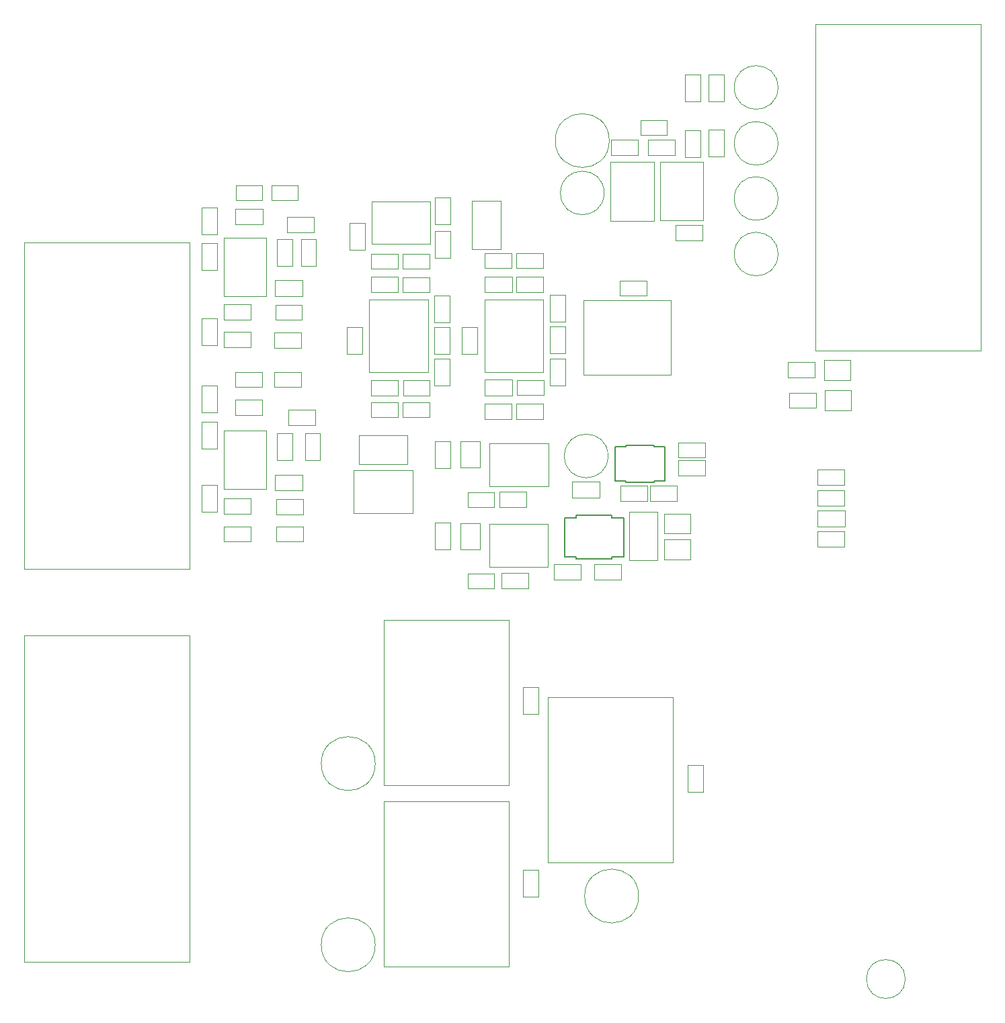
<source format=gbr>
G04 #@! TF.GenerationSoftware,KiCad,Pcbnew,9.0.0*
G04 #@! TF.CreationDate,2025-04-29T18:09:41-05:00*
G04 #@! TF.ProjectId,Mainboard,4d61696e-626f-4617-9264-2e6b69636164,rev?*
G04 #@! TF.SameCoordinates,Original*
G04 #@! TF.FileFunction,Other,User*
%FSLAX46Y46*%
G04 Gerber Fmt 4.6, Leading zero omitted, Abs format (unit mm)*
G04 Created by KiCad (PCBNEW 9.0.0) date 2025-04-29 18:09:41*
%MOMM*%
%LPD*%
G01*
G04 APERTURE LIST*
%ADD10C,0.050000*%
%ADD11C,0.100000*%
%ADD12C,0.152400*%
G04 APERTURE END LIST*
D10*
G04 #@! TO.C,J6*
X168200000Y-56725000D02*
X168200000Y-62875000D01*
X168200000Y-62875000D02*
X171800000Y-62875000D01*
X171800000Y-56725000D02*
X168200000Y-56725000D01*
X171800000Y-62875000D02*
X171800000Y-56725000D01*
G04 #@! TO.C,A1*
X193545000Y-140135000D02*
X193545000Y-119315000D01*
X193545000Y-140135000D02*
X177805000Y-140135000D01*
X177805000Y-119315000D02*
X193545000Y-119315000D01*
X177805000Y-119315000D02*
X177805000Y-140135000D01*
G04 #@! TO.C,C38*
X197315000Y-131292000D02*
X195355000Y-131292000D01*
X197315000Y-127892000D02*
X197315000Y-131292000D01*
X195355000Y-131292000D02*
X195355000Y-127892000D01*
X195355000Y-127892000D02*
X197315000Y-127892000D01*
G04 #@! TO.C,C80*
X189200000Y-144375000D02*
G75*
G02*
X182400000Y-144375000I-3400000J0D01*
G01*
X182400000Y-144375000D02*
G75*
G02*
X189200000Y-144375000I3400000J0D01*
G01*
G04 #@! TO.C,C45*
X190405000Y-49045000D02*
X193805000Y-49045000D01*
X190405000Y-51005000D02*
X190405000Y-49045000D01*
X193805000Y-49045000D02*
X193805000Y-51005000D01*
X193805000Y-51005000D02*
X190405000Y-51005000D01*
G04 #@! TO.C,H1*
X222783274Y-154833274D02*
G75*
G02*
X217883274Y-154833274I-2450000J0D01*
G01*
X217883274Y-154833274D02*
G75*
G02*
X222783274Y-154833274I2450000J0D01*
G01*
G04 #@! TO.C,U3*
X142327000Y-93100000D02*
X142327000Y-85700000D01*
X142327000Y-85700000D02*
X136927000Y-85700000D01*
X136927000Y-93100000D02*
X142327000Y-93100000D01*
X136927000Y-85700000D02*
X136927000Y-93100000D01*
G04 #@! TO.C,R51*
X158885000Y-84011000D02*
X155525000Y-84011000D01*
X158885000Y-82111000D02*
X158885000Y-84011000D01*
X155525000Y-84011000D02*
X155525000Y-82111000D01*
X155525000Y-82111000D02*
X158885000Y-82111000D01*
G04 #@! TO.C,U12*
X177795000Y-102855000D02*
X177795000Y-97455000D01*
X177795000Y-97455000D02*
X170395000Y-97455000D01*
X170395000Y-102855000D02*
X177795000Y-102855000D01*
X170395000Y-97455000D02*
X170395000Y-102855000D01*
G04 #@! TO.C,R34*
X148577000Y-64930000D02*
X146677000Y-64930000D01*
X148577000Y-61570000D02*
X148577000Y-64930000D01*
X146677000Y-64930000D02*
X146677000Y-61570000D01*
X146677000Y-61570000D02*
X148577000Y-61570000D01*
G04 #@! TO.C,JP12*
X215925000Y-83162500D02*
X215925000Y-80662500D01*
X215925000Y-83162500D02*
X212625000Y-83162500D01*
X212625000Y-80662500D02*
X215925000Y-80662500D01*
X212625000Y-80662500D02*
X212625000Y-83162500D01*
G04 #@! TO.C,C36*
X184250100Y-94135000D02*
X180850100Y-94135000D01*
X184250100Y-92175000D02*
X184250100Y-94135000D01*
X180850100Y-94135000D02*
X180850100Y-92175000D01*
X180850100Y-92175000D02*
X184250100Y-92175000D01*
G04 #@! TO.C,R54*
X177180000Y-84231000D02*
X173820000Y-84231000D01*
X177180000Y-82331000D02*
X177180000Y-84231000D01*
X173820000Y-84231000D02*
X173820000Y-82331000D01*
X173820000Y-82331000D02*
X177180000Y-82331000D01*
G04 #@! TO.C,R25*
X141757000Y-80200000D02*
X138397000Y-80200000D01*
X141757000Y-78300000D02*
X141757000Y-80200000D01*
X138397000Y-80200000D02*
X138397000Y-78300000D01*
X138397000Y-78300000D02*
X141757000Y-78300000D01*
G04 #@! TO.C,R33*
X148307000Y-60700000D02*
X144947000Y-60700000D01*
X148307000Y-58800000D02*
X148307000Y-60700000D01*
X144947000Y-60700000D02*
X144947000Y-58800000D01*
X144947000Y-58800000D02*
X148307000Y-58800000D01*
G04 #@! TO.C,R39*
X190180000Y-68700000D02*
X186820000Y-68700000D01*
X190180000Y-66800000D02*
X190180000Y-68700000D01*
X186820000Y-68700000D02*
X186820000Y-66800000D01*
X186820000Y-66800000D02*
X190180000Y-66800000D01*
G04 #@! TO.C,C39*
X211407500Y-79042500D02*
X208007500Y-79042500D01*
X211407500Y-77082500D02*
X211407500Y-79042500D01*
X208007500Y-79042500D02*
X208007500Y-77082500D01*
X208007500Y-77082500D02*
X211407500Y-77082500D01*
G04 #@! TO.C,C15*
X141827000Y-59730000D02*
X138427000Y-59730000D01*
X141827000Y-57770000D02*
X141827000Y-59730000D01*
X138427000Y-59730000D02*
X138427000Y-57770000D01*
X138427000Y-57770000D02*
X141827000Y-57770000D01*
G04 #@! TO.C,C85*
X185500000Y-49150000D02*
G75*
G02*
X178700000Y-49150000I-3400000J0D01*
G01*
X178700000Y-49150000D02*
G75*
G02*
X185500000Y-49150000I3400000J0D01*
G01*
G04 #@! TO.C,C42*
X154392500Y-76061000D02*
X152432500Y-76061000D01*
X154392500Y-72661000D02*
X154392500Y-76061000D01*
X152432500Y-76061000D02*
X152432500Y-72661000D01*
X152432500Y-72661000D02*
X154392500Y-72661000D01*
G04 #@! TO.C,C14*
X140327000Y-71730000D02*
X136927000Y-71730000D01*
X140327000Y-69770000D02*
X140327000Y-71730000D01*
X136927000Y-71730000D02*
X136927000Y-69770000D01*
X136927000Y-69770000D02*
X140327000Y-69770000D01*
G04 #@! TO.C,C23*
X165435000Y-72061000D02*
X163475000Y-72061000D01*
X165435000Y-68661000D02*
X165435000Y-72061000D01*
X163475000Y-72061000D02*
X163475000Y-68661000D01*
X163475000Y-68661000D02*
X165435000Y-68661000D01*
G04 #@! TO.C,R30*
X211530000Y-82862500D02*
X208170000Y-82862500D01*
X211530000Y-80962500D02*
X211530000Y-82862500D01*
X208170000Y-82862500D02*
X208170000Y-80962500D01*
X208170000Y-80962500D02*
X211530000Y-80962500D01*
G04 #@! TO.C,C123*
X199980000Y-51150000D02*
X198020000Y-51150000D01*
X199980000Y-47750000D02*
X199980000Y-51150000D01*
X198020000Y-51150000D02*
X198020000Y-47750000D01*
X198020000Y-47750000D02*
X199980000Y-47750000D01*
G04 #@! TO.C,R60*
X197558900Y-89103700D02*
X194198900Y-89103700D01*
X197558900Y-87203700D02*
X197558900Y-89103700D01*
X194198900Y-89103700D02*
X194198900Y-87203700D01*
X194198900Y-87203700D02*
X197558900Y-87203700D01*
G04 #@! TO.C,U6*
X177175000Y-78321000D02*
X177175000Y-69161000D01*
X177175000Y-69161000D02*
X169775000Y-69161000D01*
X169775000Y-78321000D02*
X177175000Y-78321000D01*
X169775000Y-69161000D02*
X169775000Y-78321000D01*
G04 #@! TO.C,U2*
X197305000Y-59225000D02*
X197305000Y-51825000D01*
X197305000Y-51825000D02*
X191905000Y-51825000D01*
X191905000Y-59225000D02*
X197305000Y-59225000D01*
X191905000Y-51825000D02*
X191905000Y-59225000D01*
G04 #@! TO.C,R58*
X165450000Y-63930000D02*
X163550000Y-63930000D01*
X165450000Y-60570000D02*
X165450000Y-63930000D01*
X163550000Y-63930000D02*
X163550000Y-60570000D01*
X163550000Y-60570000D02*
X165450000Y-60570000D01*
G04 #@! TO.C,C134*
X215100000Y-100380000D02*
X211700000Y-100380000D01*
X215100000Y-98420000D02*
X215100000Y-100380000D01*
X211700000Y-100380000D02*
X211700000Y-98420000D01*
X211700000Y-98420000D02*
X215100000Y-98420000D01*
G04 #@! TO.C,C44*
X197255000Y-61755000D02*
X193855000Y-61755000D01*
X197255000Y-59795000D02*
X197255000Y-61755000D01*
X193855000Y-61755000D02*
X193855000Y-59795000D01*
X193855000Y-59795000D02*
X197255000Y-59795000D01*
G04 #@! TO.C,R61*
X171025000Y-95355000D02*
X167665000Y-95355000D01*
X171025000Y-93455000D02*
X171025000Y-95355000D01*
X167665000Y-95355000D02*
X167665000Y-93455000D01*
X167665000Y-93455000D02*
X171025000Y-93455000D01*
G04 #@! TO.C,U7*
X162950000Y-62200000D02*
X162950000Y-56800000D01*
X162950000Y-56800000D02*
X155550000Y-56800000D01*
X155550000Y-62200000D02*
X162950000Y-62200000D01*
X155550000Y-56800000D02*
X155550000Y-62200000D01*
G04 #@! TO.C,R27*
X149077000Y-89430000D02*
X147177000Y-89430000D01*
X149077000Y-86070000D02*
X149077000Y-89430000D01*
X147177000Y-89430000D02*
X147177000Y-86070000D01*
X147177000Y-86070000D02*
X149077000Y-86070000D01*
G04 #@! TO.C,R59*
X165450000Y-90430000D02*
X163550000Y-90430000D01*
X165450000Y-87070000D02*
X165450000Y-90430000D01*
X163550000Y-90430000D02*
X163550000Y-87070000D01*
X163550000Y-87070000D02*
X165450000Y-87070000D01*
G04 #@! TO.C,C22*
X179980000Y-80031000D02*
X178020000Y-80031000D01*
X179980000Y-76631000D02*
X179980000Y-80031000D01*
X178020000Y-80031000D02*
X178020000Y-76631000D01*
X178020000Y-76631000D02*
X179980000Y-76631000D01*
G04 #@! TO.C,C13*
X145607000Y-64950000D02*
X143647000Y-64950000D01*
X145607000Y-61550000D02*
X145607000Y-64950000D01*
X143647000Y-64950000D02*
X143647000Y-61550000D01*
X143647000Y-61550000D02*
X145607000Y-61550000D01*
G04 #@! TO.C,J5*
X191600000Y-102075000D02*
X191600000Y-95925000D01*
X191600000Y-95925000D02*
X188000000Y-95925000D01*
X188000000Y-102075000D02*
X191600000Y-102075000D01*
X188000000Y-95925000D02*
X188000000Y-102075000D01*
G04 #@! TO.C,R36*
X141807000Y-56700000D02*
X138447000Y-56700000D01*
X141807000Y-54800000D02*
X141807000Y-56700000D01*
X138447000Y-56700000D02*
X138447000Y-54800000D01*
X138447000Y-54800000D02*
X141807000Y-54800000D01*
G04 #@! TO.C,A2*
X172837000Y-130424000D02*
X172837000Y-109604000D01*
X172837000Y-130424000D02*
X157097000Y-130424000D01*
X157097000Y-109604000D02*
X172837000Y-109604000D01*
X157097000Y-109604000D02*
X157097000Y-130424000D01*
G04 #@! TO.C,C78*
X206750000Y-49500000D02*
G75*
G02*
X201250000Y-49500000I-2750000J0D01*
G01*
X201250000Y-49500000D02*
G75*
G02*
X206750000Y-49500000I2750000J0D01*
G01*
G04 #@! TO.C,C84*
X184850000Y-55755100D02*
G75*
G02*
X179350000Y-55755100I-2750000J0D01*
G01*
X179350000Y-55755100D02*
G75*
G02*
X184850000Y-55755100I2750000J0D01*
G01*
G04 #@! TO.C,R35*
X140307000Y-75200000D02*
X136947000Y-75200000D01*
X140307000Y-73300000D02*
X140307000Y-75200000D01*
X136947000Y-75200000D02*
X136947000Y-73300000D01*
X136947000Y-73300000D02*
X140307000Y-73300000D01*
G04 #@! TO.C,R26*
X148430000Y-85017000D02*
X145070000Y-85017000D01*
X148430000Y-83117000D02*
X148430000Y-85017000D01*
X145070000Y-85017000D02*
X145070000Y-83117000D01*
X145070000Y-83117000D02*
X148430000Y-83117000D01*
G04 #@! TO.C,C34*
X190295000Y-94635000D02*
X186895000Y-94635000D01*
X190295000Y-92675000D02*
X190295000Y-94635000D01*
X186895000Y-94635000D02*
X186895000Y-92675000D01*
X186895000Y-92675000D02*
X190295000Y-92675000D01*
G04 #@! TO.C,R22*
X146930000Y-96267000D02*
X143570000Y-96267000D01*
X146930000Y-94367000D02*
X146930000Y-96267000D01*
X143570000Y-96267000D02*
X143570000Y-94367000D01*
X143570000Y-94367000D02*
X146930000Y-94367000D01*
G04 #@! TO.C,C41*
X179980000Y-75981000D02*
X178020000Y-75981000D01*
X179980000Y-72581000D02*
X179980000Y-75981000D01*
X178020000Y-75981000D02*
X178020000Y-72581000D01*
X178020000Y-72581000D02*
X179980000Y-72581000D01*
G04 #@! TO.C,C12*
X145607000Y-89450000D02*
X143647000Y-89450000D01*
X145607000Y-86050000D02*
X145607000Y-89450000D01*
X143647000Y-89450000D02*
X143647000Y-86050000D01*
X143647000Y-86050000D02*
X145607000Y-86050000D01*
G04 #@! TO.C,J4*
X160100000Y-89935000D02*
X160100000Y-86335000D01*
X160100000Y-86335000D02*
X153950000Y-86335000D01*
X153950000Y-89935000D02*
X160100000Y-89935000D01*
X153950000Y-86335000D02*
X153950000Y-89935000D01*
G04 #@! TO.C,C18*
X146827000Y-68730000D02*
X143427000Y-68730000D01*
X146827000Y-66770000D02*
X146827000Y-68730000D01*
X143427000Y-68730000D02*
X143427000Y-66770000D01*
X143427000Y-66770000D02*
X146827000Y-66770000D01*
G04 #@! TO.C,C79*
X156023000Y-127683400D02*
G75*
G02*
X149223000Y-127683400I-3400000J0D01*
G01*
X149223000Y-127683400D02*
G75*
G02*
X156023000Y-127683400I3400000J0D01*
G01*
G04 #@! TO.C,C17*
X136107000Y-65450000D02*
X134147000Y-65450000D01*
X136107000Y-62050000D02*
X136107000Y-65450000D01*
X134147000Y-65450000D02*
X134147000Y-62050000D01*
X134147000Y-62050000D02*
X136107000Y-62050000D01*
G04 #@! TO.C,R63*
X171025000Y-105605000D02*
X167665000Y-105605000D01*
X171025000Y-103705000D02*
X171025000Y-105605000D01*
X167665000Y-105605000D02*
X167665000Y-103705000D01*
X167665000Y-103705000D02*
X171025000Y-103705000D01*
D11*
G04 #@! TO.C,J3*
X132624000Y-152650000D02*
X111828000Y-152650000D01*
X132624000Y-111508000D02*
X132624000Y-152650000D01*
X111828000Y-152650000D02*
X111828000Y-111508000D01*
X111828000Y-111508000D02*
X132624000Y-111508000D01*
D10*
G04 #@! TO.C,R37*
X136077000Y-74930000D02*
X134177000Y-74930000D01*
X136077000Y-71570000D02*
X136077000Y-74930000D01*
X134177000Y-74930000D02*
X134177000Y-71570000D01*
X134177000Y-71570000D02*
X136077000Y-71570000D01*
G04 #@! TO.C,C81*
X206750000Y-56455100D02*
G75*
G02*
X201250000Y-56455100I-2750000J0D01*
G01*
X201250000Y-56455100D02*
G75*
G02*
X206750000Y-56455100I2750000J0D01*
G01*
G04 #@! TO.C,C46*
X165480000Y-59750000D02*
X163520000Y-59750000D01*
X165480000Y-56350000D02*
X165480000Y-59750000D01*
X163520000Y-59750000D02*
X163520000Y-56350000D01*
X163520000Y-56350000D02*
X165480000Y-56350000D01*
G04 #@! TO.C,U11*
X177820000Y-92720000D02*
X177820000Y-87320000D01*
X177820000Y-87320000D02*
X170420000Y-87320000D01*
X170420000Y-92720000D02*
X177820000Y-92720000D01*
X170420000Y-87320000D02*
X170420000Y-92720000D01*
G04 #@! TO.C,R29*
X146680000Y-75267000D02*
X143320000Y-75267000D01*
X146680000Y-73367000D02*
X146680000Y-75267000D01*
X143320000Y-75267000D02*
X143320000Y-73367000D01*
X143320000Y-73367000D02*
X146680000Y-73367000D01*
D11*
G04 #@! TO.C,J2*
X132624000Y-103150000D02*
X111828000Y-103150000D01*
X132624000Y-62008000D02*
X132624000Y-103150000D01*
X111828000Y-103150000D02*
X111828000Y-62008000D01*
X111828000Y-62008000D02*
X132624000Y-62008000D01*
D10*
G04 #@! TO.C,C77*
X206750000Y-42455100D02*
G75*
G02*
X201250000Y-42455100I-2750000J0D01*
G01*
X201250000Y-42455100D02*
G75*
G02*
X206750000Y-42455100I2750000J0D01*
G01*
G04 #@! TO.C,C10*
X140327000Y-96230000D02*
X136927000Y-96230000D01*
X140327000Y-94270000D02*
X140327000Y-96230000D01*
X136927000Y-96230000D02*
X136927000Y-94270000D01*
X136927000Y-94270000D02*
X140327000Y-94270000D01*
G04 #@! TO.C,R52*
X177180000Y-68231000D02*
X173820000Y-68231000D01*
X177180000Y-66331000D02*
X177180000Y-68231000D01*
X173820000Y-68231000D02*
X173820000Y-66331000D01*
X173820000Y-66331000D02*
X177180000Y-66331000D01*
G04 #@! TO.C,C83*
X156023000Y-150524000D02*
G75*
G02*
X149223000Y-150524000I-3400000J0D01*
G01*
X149223000Y-150524000D02*
G75*
G02*
X156023000Y-150524000I3400000J0D01*
G01*
G04 #@! TO.C,C43*
X165435000Y-76061000D02*
X163475000Y-76061000D01*
X165435000Y-72661000D02*
X165435000Y-76061000D01*
X163475000Y-76061000D02*
X163475000Y-72661000D01*
X163475000Y-72661000D02*
X165435000Y-72661000D01*
G04 #@! TO.C,U5*
X162655000Y-78351000D02*
X162655000Y-69191000D01*
X162655000Y-69191000D02*
X155255000Y-69191000D01*
X155255000Y-78351000D02*
X162655000Y-78351000D01*
X155255000Y-69191000D02*
X155255000Y-78351000D01*
G04 #@! TO.C,C25*
X173250000Y-68261000D02*
X169850000Y-68261000D01*
X173250000Y-66301000D02*
X173250000Y-68261000D01*
X169850000Y-68261000D02*
X169850000Y-66301000D01*
X169850000Y-66301000D02*
X173250000Y-66301000D01*
G04 #@! TO.C,IC1*
X191105000Y-59250000D02*
X185605000Y-59250000D01*
X191105000Y-51800000D02*
X191105000Y-59250000D01*
X185605000Y-59250000D02*
X185605000Y-51800000D01*
X185605000Y-51800000D02*
X191105000Y-51800000D01*
G04 #@! TO.C,C16*
X165435000Y-80061000D02*
X163475000Y-80061000D01*
X165435000Y-76661000D02*
X165435000Y-80061000D01*
X163475000Y-80061000D02*
X163475000Y-76661000D01*
X163475000Y-76661000D02*
X165435000Y-76661000D01*
G04 #@! TO.C,R24*
X136077000Y-83430000D02*
X134177000Y-83430000D01*
X136077000Y-80070000D02*
X136077000Y-83430000D01*
X134177000Y-83430000D02*
X134177000Y-80070000D01*
X134177000Y-80070000D02*
X136077000Y-80070000D01*
G04 #@! TO.C,C20*
X136107000Y-88000000D02*
X134147000Y-88000000D01*
X136107000Y-84600000D02*
X136107000Y-88000000D01*
X134147000Y-88000000D02*
X134147000Y-84600000D01*
X134147000Y-84600000D02*
X136107000Y-84600000D01*
G04 #@! TO.C,C131*
X215100000Y-95180000D02*
X211700000Y-95180000D01*
X215100000Y-93220000D02*
X215100000Y-95180000D01*
X211700000Y-95180000D02*
X211700000Y-93220000D01*
X211700000Y-93220000D02*
X215100000Y-93220000D01*
G04 #@! TO.C,JP30*
X169250000Y-87100000D02*
X169250000Y-90400000D01*
X169250000Y-87100000D02*
X166750000Y-87100000D01*
X166750000Y-90400000D02*
X169250000Y-90400000D01*
X166750000Y-90400000D02*
X166750000Y-87100000D01*
G04 #@! TO.C,C28*
X176607000Y-121474000D02*
X174647000Y-121474000D01*
X176607000Y-118074000D02*
X176607000Y-121474000D01*
X174647000Y-121474000D02*
X174647000Y-118074000D01*
X174647000Y-118074000D02*
X176607000Y-118074000D01*
G04 #@! TO.C,R38*
X136077000Y-60997000D02*
X134177000Y-60997000D01*
X136077000Y-57637000D02*
X136077000Y-60997000D01*
X134177000Y-60997000D02*
X134177000Y-57637000D01*
X134177000Y-57637000D02*
X136077000Y-57637000D01*
G04 #@! TO.C,C82*
X206750000Y-63455100D02*
G75*
G02*
X201250000Y-63455100I-2750000J0D01*
G01*
X201250000Y-63455100D02*
G75*
G02*
X206750000Y-63455100I2750000J0D01*
G01*
G04 #@! TO.C,R56*
X162860000Y-68281000D02*
X159500000Y-68281000D01*
X162860000Y-66381000D02*
X162860000Y-68281000D01*
X159500000Y-68281000D02*
X159500000Y-66381000D01*
X159500000Y-66381000D02*
X162860000Y-66381000D01*
G04 #@! TO.C,R53*
X173180000Y-65231000D02*
X169820000Y-65231000D01*
X173180000Y-63331000D02*
X173180000Y-65231000D01*
X169820000Y-65231000D02*
X169820000Y-63331000D01*
X169820000Y-63331000D02*
X173180000Y-63331000D01*
G04 #@! TO.C,C122*
X199980000Y-44250000D02*
X198020000Y-44250000D01*
X199980000Y-40850000D02*
X199980000Y-44250000D01*
X198020000Y-44250000D02*
X198020000Y-40850000D01*
X198020000Y-40850000D02*
X199980000Y-40850000D01*
G04 #@! TO.C,R31*
X146807000Y-71767000D02*
X143447000Y-71767000D01*
X146807000Y-69867000D02*
X146807000Y-71767000D01*
X143447000Y-71767000D02*
X143447000Y-69867000D01*
X143447000Y-69867000D02*
X146807000Y-69867000D01*
G04 #@! TO.C,JP31*
X169250000Y-97350000D02*
X169250000Y-100650000D01*
X169250000Y-97350000D02*
X166750000Y-97350000D01*
X166750000Y-100650000D02*
X169250000Y-100650000D01*
X166750000Y-100650000D02*
X166750000Y-97350000D01*
D12*
G04 #@! TO.C,U9*
X187303400Y-101580700D02*
X185842900Y-101580700D01*
X187303400Y-96729300D02*
X187303400Y-101580700D01*
X187303400Y-96729300D02*
X185842900Y-96729300D01*
X185842900Y-101910900D02*
X181347100Y-101910900D01*
X185842900Y-101580700D02*
X185842900Y-101910900D01*
X185842900Y-96399100D02*
X185842900Y-96729300D01*
X181347100Y-101910900D02*
X181347100Y-101580700D01*
X181347100Y-96729300D02*
X181347100Y-96399100D01*
X181347100Y-96399100D02*
X185842900Y-96399100D01*
X179886600Y-101580700D02*
X181347100Y-101580700D01*
X179886600Y-101580700D02*
X179886600Y-96729300D01*
X179886600Y-96729300D02*
X181347100Y-96729300D01*
D10*
G04 #@! TO.C,C130*
X215150000Y-97780000D02*
X211750000Y-97780000D01*
X215150000Y-95820000D02*
X215150000Y-97780000D01*
X211750000Y-97780000D02*
X211750000Y-95820000D01*
X211750000Y-95820000D02*
X215150000Y-95820000D01*
G04 #@! TO.C,C29*
X175095000Y-95385000D02*
X171695000Y-95385000D01*
X175095000Y-93425000D02*
X175095000Y-95385000D01*
X171695000Y-95385000D02*
X171695000Y-93425000D01*
X171695000Y-93425000D02*
X175095000Y-93425000D01*
D11*
G04 #@! TO.C,J1*
X232299000Y-75641000D02*
X211503000Y-75641000D01*
X232299000Y-34499000D02*
X232299000Y-75641000D01*
X211503000Y-75641000D02*
X211503000Y-34499000D01*
X211503000Y-34499000D02*
X232299000Y-34499000D01*
D10*
G04 #@! TO.C,C26*
X173250000Y-81261000D02*
X169850000Y-81261000D01*
X173250000Y-79301000D02*
X173250000Y-81261000D01*
X169850000Y-81261000D02*
X169850000Y-79301000D01*
X169850000Y-79301000D02*
X173250000Y-79301000D01*
G04 #@! TO.C,R32*
X146307000Y-56700000D02*
X142947000Y-56700000D01*
X146307000Y-54800000D02*
X146307000Y-56700000D01*
X142947000Y-56700000D02*
X142947000Y-54800000D01*
X142947000Y-54800000D02*
X146307000Y-54800000D01*
G04 #@! TO.C,R41*
X177267500Y-81231000D02*
X173907500Y-81231000D01*
X177267500Y-79331000D02*
X177267500Y-81231000D01*
X173907500Y-81231000D02*
X173907500Y-79331000D01*
X173907500Y-79331000D02*
X177267500Y-79331000D01*
G04 #@! TO.C,R21*
X136077000Y-95930000D02*
X134177000Y-95930000D01*
X136077000Y-92570000D02*
X136077000Y-95930000D01*
X134177000Y-95930000D02*
X134177000Y-92570000D01*
X134177000Y-92570000D02*
X136077000Y-92570000D01*
G04 #@! TO.C,IC4*
X193250000Y-78691000D02*
X182250000Y-78691000D01*
X193250000Y-69291000D02*
X193250000Y-78691000D01*
X182250000Y-78691000D02*
X182250000Y-69291000D01*
X182250000Y-69291000D02*
X193250000Y-69291000D01*
G04 #@! TO.C,C24*
X158905000Y-81291000D02*
X155505000Y-81291000D01*
X158905000Y-79331000D02*
X158905000Y-81291000D01*
X155505000Y-81291000D02*
X155505000Y-79331000D01*
X155505000Y-79331000D02*
X158905000Y-79331000D01*
G04 #@! TO.C,C33*
X194045000Y-94635000D02*
X190645000Y-94635000D01*
X194045000Y-92675000D02*
X194045000Y-94635000D01*
X190645000Y-94635000D02*
X190645000Y-92675000D01*
X190645000Y-92675000D02*
X194045000Y-92675000D01*
G04 #@! TO.C,C132*
X215100000Y-92580000D02*
X211700000Y-92580000D01*
X215100000Y-90620000D02*
X215100000Y-92580000D01*
X211700000Y-92580000D02*
X211700000Y-90620000D01*
X211700000Y-90620000D02*
X215100000Y-90620000D01*
D12*
G04 #@! TO.C,U8*
X192515800Y-92048730D02*
X191182300Y-92048730D01*
X192515800Y-87758670D02*
X192515800Y-92048730D01*
X192515800Y-87758670D02*
X191182300Y-87758670D01*
X191182300Y-92227800D02*
X187575500Y-92227800D01*
X191182300Y-92048730D02*
X191182300Y-92227800D01*
X191182300Y-87579600D02*
X191182300Y-87758670D01*
X187575500Y-92227800D02*
X187575500Y-92048730D01*
X187575500Y-87758670D02*
X187575500Y-87579600D01*
X187575500Y-87579600D02*
X191182300Y-87579600D01*
X186242000Y-92048730D02*
X187575500Y-92048730D01*
X186242000Y-92048730D02*
X186242000Y-87758670D01*
X186242000Y-87758670D02*
X187575500Y-87758670D01*
D10*
G04 #@! TO.C,C11*
X141777000Y-83730000D02*
X138377000Y-83730000D01*
X141777000Y-81770000D02*
X141777000Y-83730000D01*
X138377000Y-83730000D02*
X138377000Y-81770000D01*
X138377000Y-81770000D02*
X141777000Y-81770000D01*
G04 #@! TO.C,U4*
X142327000Y-68800000D02*
X142327000Y-61400000D01*
X142327000Y-61400000D02*
X136927000Y-61400000D01*
X136927000Y-68800000D02*
X142327000Y-68800000D01*
X136927000Y-61400000D02*
X136927000Y-68800000D01*
G04 #@! TO.C,R57*
X158885000Y-65311000D02*
X155525000Y-65311000D01*
X158885000Y-63411000D02*
X158885000Y-65311000D01*
X155525000Y-65311000D02*
X155525000Y-63411000D01*
X155525000Y-63411000D02*
X158885000Y-63411000D01*
G04 #@! TO.C,JP33*
X195750000Y-101950000D02*
X195750000Y-99450000D01*
X195750000Y-101950000D02*
X192450000Y-101950000D01*
X192450000Y-99450000D02*
X195750000Y-99450000D01*
X192450000Y-99450000D02*
X192450000Y-101950000D01*
G04 #@! TO.C,C125*
X196980000Y-51250000D02*
X195020000Y-51250000D01*
X196980000Y-47850000D02*
X196980000Y-51250000D01*
X195020000Y-51250000D02*
X195020000Y-47850000D01*
X195020000Y-47850000D02*
X196980000Y-47850000D01*
G04 #@! TO.C,R55*
X173180000Y-84231000D02*
X169820000Y-84231000D01*
X173180000Y-82331000D02*
X173180000Y-84231000D01*
X169820000Y-84231000D02*
X169820000Y-82331000D01*
X169820000Y-82331000D02*
X173180000Y-82331000D01*
G04 #@! TO.C,R20*
X140307000Y-99700000D02*
X136947000Y-99700000D01*
X140307000Y-97800000D02*
X140307000Y-99700000D01*
X136947000Y-99700000D02*
X136947000Y-97800000D01*
X136947000Y-97800000D02*
X140307000Y-97800000D01*
G04 #@! TO.C,C124*
X196980000Y-44250000D02*
X195020000Y-44250000D01*
X196980000Y-40850000D02*
X196980000Y-44250000D01*
X195020000Y-44250000D02*
X195020000Y-40850000D01*
X195020000Y-40850000D02*
X196980000Y-40850000D01*
G04 #@! TO.C,C37*
X176607000Y-144474000D02*
X174647000Y-144474000D01*
X176607000Y-141074000D02*
X176607000Y-144474000D01*
X174647000Y-144474000D02*
X174647000Y-141074000D01*
X174647000Y-141074000D02*
X176607000Y-141074000D01*
G04 #@! TO.C,R28*
X146680000Y-80200000D02*
X143320000Y-80200000D01*
X146680000Y-78300000D02*
X146680000Y-80200000D01*
X143320000Y-80200000D02*
X143320000Y-78300000D01*
X143320000Y-78300000D02*
X146680000Y-78300000D01*
G04 #@! TO.C,R23*
X146930000Y-99691000D02*
X143570000Y-99691000D01*
X146930000Y-97791000D02*
X146930000Y-99691000D01*
X143570000Y-99691000D02*
X143570000Y-97791000D01*
X143570000Y-97791000D02*
X146930000Y-97791000D01*
G04 #@! TO.C,R62*
X165450000Y-100680000D02*
X163550000Y-100680000D01*
X165450000Y-97320000D02*
X165450000Y-100680000D01*
X163550000Y-100680000D02*
X163550000Y-97320000D01*
X163550000Y-97320000D02*
X165450000Y-97320000D01*
G04 #@! TO.C,C19*
X146827000Y-93230000D02*
X143427000Y-93230000D01*
X146827000Y-91270000D02*
X146827000Y-93230000D01*
X143427000Y-93230000D02*
X143427000Y-91270000D01*
X143427000Y-91270000D02*
X146827000Y-91270000D01*
G04 #@! TO.C,C40*
X168892500Y-76061000D02*
X166932500Y-76061000D01*
X168892500Y-72661000D02*
X168892500Y-76061000D01*
X166932500Y-76061000D02*
X166932500Y-72661000D01*
X166932500Y-72661000D02*
X168892500Y-72661000D01*
G04 #@! TO.C,JP29*
X215900000Y-79312500D02*
X215900000Y-76812500D01*
X215900000Y-79312500D02*
X212600000Y-79312500D01*
X212600000Y-76812500D02*
X215900000Y-76812500D01*
X212600000Y-76812500D02*
X212600000Y-79312500D01*
G04 #@! TO.C,R64*
X197558900Y-91353700D02*
X194198900Y-91353700D01*
X197558900Y-89453700D02*
X197558900Y-91353700D01*
X194198900Y-91353700D02*
X194198900Y-89453700D01*
X194198900Y-89453700D02*
X197558900Y-89453700D01*
G04 #@! TO.C,R42*
X177180000Y-65231000D02*
X173820000Y-65231000D01*
X177180000Y-63331000D02*
X177180000Y-65231000D01*
X173820000Y-65231000D02*
X173820000Y-63331000D01*
X173820000Y-63331000D02*
X177180000Y-63331000D01*
G04 #@! TO.C,C21*
X179980000Y-71981000D02*
X178020000Y-71981000D01*
X179980000Y-68581000D02*
X179980000Y-71981000D01*
X178020000Y-71981000D02*
X178020000Y-68581000D01*
X178020000Y-68581000D02*
X179980000Y-68581000D01*
G04 #@! TO.C,C35*
X185345000Y-88905000D02*
G75*
G02*
X179845000Y-88905000I-2750000J0D01*
G01*
X179845000Y-88905000D02*
G75*
G02*
X185345000Y-88905000I2750000J0D01*
G01*
G04 #@! TO.C,C8*
X189105000Y-51005000D02*
X185705000Y-51005000D01*
X189105000Y-49045000D02*
X189105000Y-51005000D01*
X185705000Y-51005000D02*
X185705000Y-49045000D01*
X185705000Y-49045000D02*
X189105000Y-49045000D01*
G04 #@! TO.C,R40*
X162860000Y-65311000D02*
X159500000Y-65311000D01*
X162860000Y-63411000D02*
X162860000Y-65311000D01*
X159500000Y-65311000D02*
X159500000Y-63411000D01*
X159500000Y-63411000D02*
X162860000Y-63411000D01*
G04 #@! TO.C,A3*
X172837000Y-153234000D02*
X172837000Y-132414000D01*
X172837000Y-153234000D02*
X157097000Y-153234000D01*
X157097000Y-132414000D02*
X172837000Y-132414000D01*
X157097000Y-132414000D02*
X157097000Y-153234000D01*
G04 #@! TO.C,R43*
X162885000Y-81261000D02*
X159525000Y-81261000D01*
X162885000Y-79361000D02*
X162885000Y-81261000D01*
X159525000Y-81261000D02*
X159525000Y-79361000D01*
X159525000Y-79361000D02*
X162885000Y-79361000D01*
G04 #@! TO.C,JP32*
X195750000Y-98700000D02*
X195750000Y-96200000D01*
X195750000Y-98700000D02*
X192450000Y-98700000D01*
X192450000Y-96200000D02*
X195750000Y-96200000D01*
X192450000Y-96200000D02*
X192450000Y-98700000D01*
G04 #@! TO.C,R50*
X162860000Y-84011000D02*
X159500000Y-84011000D01*
X162860000Y-82111000D02*
X162860000Y-84011000D01*
X159500000Y-84011000D02*
X159500000Y-82111000D01*
X159500000Y-82111000D02*
X162860000Y-82111000D01*
G04 #@! TO.C,C47*
X154730000Y-62950000D02*
X152770000Y-62950000D01*
X154730000Y-59550000D02*
X154730000Y-62950000D01*
X152770000Y-62950000D02*
X152770000Y-59550000D01*
X152770000Y-59550000D02*
X154730000Y-59550000D01*
G04 #@! TO.C,C30*
X181950000Y-104480000D02*
X178550000Y-104480000D01*
X181950000Y-102520000D02*
X181950000Y-104480000D01*
X178550000Y-104480000D02*
X178550000Y-102520000D01*
X178550000Y-102520000D02*
X181950000Y-102520000D01*
G04 #@! TO.C,R19*
X192785000Y-48475000D02*
X189425000Y-48475000D01*
X192785000Y-46575000D02*
X192785000Y-48475000D01*
X189425000Y-48475000D02*
X189425000Y-46575000D01*
X189425000Y-46575000D02*
X192785000Y-46575000D01*
G04 #@! TO.C,C32*
X187000000Y-104480000D02*
X183600000Y-104480000D01*
X187000000Y-102520000D02*
X187000000Y-104480000D01*
X183600000Y-104480000D02*
X183600000Y-102520000D01*
X183600000Y-102520000D02*
X187000000Y-102520000D01*
G04 #@! TO.C,C31*
X175295000Y-105635000D02*
X171895000Y-105635000D01*
X175295000Y-103675000D02*
X175295000Y-105635000D01*
X171895000Y-105635000D02*
X171895000Y-103675000D01*
X171895000Y-103675000D02*
X175295000Y-103675000D01*
G04 #@! TO.C,U10*
X160725000Y-96085000D02*
X160725000Y-90685000D01*
X160725000Y-90685000D02*
X153325000Y-90685000D01*
X153325000Y-96085000D02*
X160725000Y-96085000D01*
X153325000Y-90685000D02*
X153325000Y-96085000D01*
G04 #@! TO.C,C27*
X158905000Y-68291000D02*
X155505000Y-68291000D01*
X158905000Y-66331000D02*
X158905000Y-68291000D01*
X155505000Y-68291000D02*
X155505000Y-66331000D01*
X155505000Y-66331000D02*
X158905000Y-66331000D01*
G04 #@! TD*
M02*

</source>
